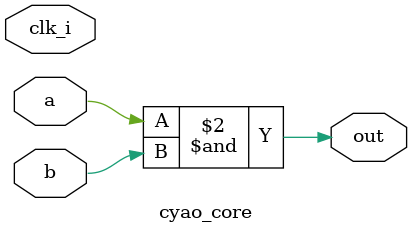
<source format=v>
`default_nettype none

module cyao_core (clk_i, a, b, out);
    input clk_i;
    input a;
    input b;
    output out;
    
    wire clk_i;
    wire a;
    wire b;
    reg out;

    always @(*) begin
        out = a & b;
    end
endmodule

</source>
